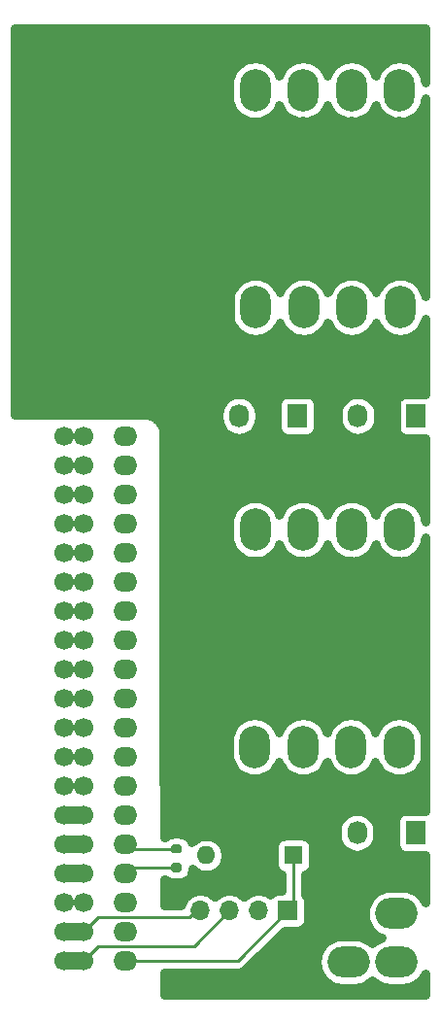
<source format=gtl>
%TF.GenerationSoftware,KiCad,Pcbnew,(5.1.10)-1*%
%TF.CreationDate,2021-09-25T23:36:15+08:00*%
%TF.ProjectId,KCORES CSPS to ATX Converter,4b434f52-4553-4204-9353-505320746f20,1.0*%
%TF.SameCoordinates,Original*%
%TF.FileFunction,Copper,L1,Top*%
%TF.FilePolarity,Positive*%
%FSLAX46Y46*%
G04 Gerber Fmt 4.6, Leading zero omitted, Abs format (unit mm)*
G04 Created by KiCad (PCBNEW (5.1.10)-1) date 2021-09-25 23:36:15*
%MOMM*%
%LPD*%
G01*
G04 APERTURE LIST*
%TA.AperFunction,ComponentPad*%
%ADD10O,3.700000X2.700000*%
%TD*%
%TA.AperFunction,ComponentPad*%
%ADD11O,1.730000X2.030000*%
%TD*%
%TA.AperFunction,ComponentPad*%
%ADD12R,1.730000X2.030000*%
%TD*%
%TA.AperFunction,ComponentPad*%
%ADD13O,1.600000X1.600000*%
%TD*%
%TA.AperFunction,ComponentPad*%
%ADD14R,1.600000X1.600000*%
%TD*%
%TA.AperFunction,ComponentPad*%
%ADD15O,1.700000X1.700000*%
%TD*%
%TA.AperFunction,ComponentPad*%
%ADD16R,1.700000X1.700000*%
%TD*%
%TA.AperFunction,ComponentPad*%
%ADD17O,2.080000X1.700000*%
%TD*%
%TA.AperFunction,ComponentPad*%
%ADD18C,1.700000*%
%TD*%
%TA.AperFunction,ComponentPad*%
%ADD19O,2.700000X3.700000*%
%TD*%
%TA.AperFunction,Conductor*%
%ADD20C,0.254000*%
%TD*%
%TA.AperFunction,Conductor*%
%ADD21C,1.500000*%
%TD*%
%TA.AperFunction,Conductor*%
%ADD22C,0.762000*%
%TD*%
%TA.AperFunction,Conductor*%
%ADD23C,0.100000*%
%TD*%
G04 APERTURE END LIST*
D10*
%TO.P,J8,4*%
%TO.N,N/C*%
X123695000Y-158930000D03*
%TO.P,J8,3*%
X123695000Y-154730000D03*
%TO.P,J8,2*%
%TO.N,GND*%
X119495000Y-158930000D03*
%TO.P,J8,1*%
%TO.N,+12V*%
%TA.AperFunction,ComponentPad*%
G36*
G01*
X117896100Y-153380000D02*
X121093900Y-153380000D01*
G75*
G02*
X121345000Y-153631100I0J-251100D01*
G01*
X121345000Y-155828900D01*
G75*
G02*
X121093900Y-156080000I-251100J0D01*
G01*
X117896100Y-156080000D01*
G75*
G02*
X117645000Y-155828900I0J251100D01*
G01*
X117645000Y-153631100D01*
G75*
G02*
X117896100Y-153380000I251100J0D01*
G01*
G37*
%TD.AperFunction*%
%TD*%
D11*
%TO.P,M3,3*%
%TO.N,GND*%
X120257000Y-147681500D03*
%TO.P,M3,2*%
%TO.N,+12V*%
X122797000Y-147681500D03*
D12*
%TO.P,M3,1*%
%TO.N,Net-(M3-Pad1)*%
X125337000Y-147681500D03*
%TD*%
D11*
%TO.P,M2,3*%
%TO.N,GND*%
X120320500Y-111359500D03*
%TO.P,M2,2*%
%TO.N,+12V*%
X122860500Y-111359500D03*
D12*
%TO.P,M2,1*%
%TO.N,Net-(M2-Pad1)*%
X125400500Y-111359500D03*
%TD*%
D11*
%TO.P,M1,3*%
%TO.N,GND*%
X109970000Y-111359500D03*
%TO.P,M1,2*%
%TO.N,+12V*%
X112510000Y-111359500D03*
D12*
%TO.P,M1,1*%
%TO.N,Net-(M1-Pad1)*%
X115050000Y-111359500D03*
%TD*%
D13*
%TO.P,SW1,2*%
%TO.N,GND*%
X107112500Y-149650000D03*
D14*
%TO.P,SW1,1*%
%TO.N,/~CSPS_PSON*%
X114732500Y-149650000D03*
%TD*%
%TO.P,R1,2*%
%TO.N,/+12VSB*%
%TA.AperFunction,SMDPad,CuDef*%
G36*
G01*
X104784000Y-149479000D02*
X104234000Y-149479000D01*
G75*
G02*
X104034000Y-149279000I0J200000D01*
G01*
X104034000Y-148879000D01*
G75*
G02*
X104234000Y-148679000I200000J0D01*
G01*
X104784000Y-148679000D01*
G75*
G02*
X104984000Y-148879000I0J-200000D01*
G01*
X104984000Y-149279000D01*
G75*
G02*
X104784000Y-149479000I-200000J0D01*
G01*
G37*
%TD.AperFunction*%
%TO.P,R1,1*%
%TO.N,/~PRESENT*%
%TA.AperFunction,SMDPad,CuDef*%
G36*
G01*
X104784000Y-151129000D02*
X104234000Y-151129000D01*
G75*
G02*
X104034000Y-150929000I0J200000D01*
G01*
X104034000Y-150529000D01*
G75*
G02*
X104234000Y-150329000I200000J0D01*
G01*
X104784000Y-150329000D01*
G75*
G02*
X104984000Y-150529000I0J-200000D01*
G01*
X104984000Y-150929000D01*
G75*
G02*
X104784000Y-151129000I-200000J0D01*
G01*
G37*
%TD.AperFunction*%
%TD*%
D15*
%TO.P,J2,4*%
%TO.N,/SDA*%
X106604500Y-154476000D03*
%TO.P,J2,3*%
%TO.N,/SCL*%
X109144500Y-154476000D03*
%TO.P,J2,2*%
%TO.N,GND*%
X111684500Y-154476000D03*
D16*
%TO.P,J2,1*%
%TO.N,/~CSPS_PSON*%
X114224500Y-154476000D03*
%TD*%
D17*
%TO.P,J1,64*%
%TO.N,+12V*%
X100033000Y-80117500D03*
%TO.P,J1,63*%
X100033000Y-82657500D03*
%TO.P,J1,62*%
X100033000Y-85197500D03*
%TO.P,J1,61*%
X100033000Y-87737500D03*
%TO.P,J1,60*%
X100033000Y-90277500D03*
%TO.P,J1,59*%
X100033000Y-92817500D03*
%TO.P,J1,58*%
X100033000Y-95357500D03*
%TO.P,J1,57*%
X100033000Y-97897500D03*
%TO.P,J1,56*%
X100033000Y-100437500D03*
%TO.P,J1,55*%
X100033000Y-102977500D03*
%TO.P,J1,54*%
X100033000Y-105517500D03*
%TO.P,J1,53*%
X100033000Y-108057500D03*
%TO.P,J1,52*%
X100033000Y-110597500D03*
%TO.P,J1,51*%
%TO.N,GND*%
X100033000Y-113137500D03*
%TO.P,J1,50*%
X100033000Y-115677500D03*
%TO.P,J1,49*%
X100033000Y-118217500D03*
%TO.P,J1,48*%
X100033000Y-120757500D03*
%TO.P,J1,47*%
X100033000Y-123297500D03*
%TO.P,J1,46*%
X100033000Y-125837500D03*
%TO.P,J1,45*%
X100033000Y-128377500D03*
%TO.P,J1,44*%
X100033000Y-130917500D03*
%TO.P,J1,43*%
X100033000Y-133457500D03*
%TO.P,J1,42*%
X100033000Y-135997500D03*
%TO.P,J1,41*%
X100033000Y-138537500D03*
%TO.P,J1,40*%
X100033000Y-141077500D03*
%TO.P,J1,39*%
X100033000Y-143617500D03*
%TO.P,J1,38*%
%TO.N,Net-(J1-Pad38)*%
X100033000Y-146157500D03*
%TO.P,J1,37*%
%TO.N,/+12VSB*%
X100033000Y-148697500D03*
%TO.P,J1,36*%
%TO.N,/~PRESENT*%
X100033000Y-151237500D03*
%TO.P,J1,35*%
%TO.N,Net-(J1-Pad35)*%
X100033000Y-153777500D03*
%TO.P,J1,34*%
%TO.N,Net-(J1-Pad34)*%
X100033000Y-156317500D03*
%TO.P,J1,33*%
%TO.N,/~CSPS_PSON*%
X100033000Y-158857500D03*
D18*
%TO.P,J1,32*%
%TO.N,/SCL*%
X94763000Y-158857500D03*
%TO.P,J1,31*%
%TO.N,/SDA*%
X94763000Y-156317500D03*
%TO.P,J1,30*%
%TO.N,GND*%
X94763000Y-153777500D03*
%TO.P,J1,29*%
%TO.N,Net-(J1-Pad29)*%
X94763000Y-151237500D03*
%TO.P,J1,28*%
%TO.N,Net-(J1-Pad28)*%
X94763000Y-148697500D03*
%TO.P,J1,27*%
%TO.N,Net-(J1-Pad27)*%
X94763000Y-146157500D03*
%TO.P,J1,26*%
%TO.N,GND*%
X94763000Y-143617500D03*
%TO.P,J1,25*%
X94763000Y-141077500D03*
%TO.P,J1,24*%
X94763000Y-138537500D03*
%TO.P,J1,23*%
X94763000Y-135997500D03*
%TO.P,J1,22*%
X94763000Y-133457500D03*
%TO.P,J1,21*%
X94763000Y-130917500D03*
%TO.P,J1,20*%
X94763000Y-128377500D03*
%TO.P,J1,19*%
X94763000Y-125837500D03*
%TO.P,J1,18*%
X94763000Y-123297500D03*
%TO.P,J1,17*%
X94763000Y-120757500D03*
%TO.P,J1,16*%
X94763000Y-118217500D03*
%TO.P,J1,15*%
X94763000Y-115677500D03*
%TO.P,J1,14*%
X94763000Y-113137500D03*
%TO.P,J1,13*%
%TO.N,+12V*%
X94763000Y-110597500D03*
%TO.P,J1,12*%
X94763000Y-108057500D03*
%TO.P,J1,11*%
X94763000Y-105517500D03*
%TO.P,J1,10*%
X94763000Y-102977500D03*
%TO.P,J1,9*%
X94763000Y-100437500D03*
%TO.P,J1,8*%
X94763000Y-97897500D03*
%TO.P,J1,7*%
X94763000Y-95357500D03*
%TO.P,J1,6*%
X94763000Y-92817500D03*
%TO.P,J1,5*%
X94763000Y-90277500D03*
%TO.P,J1,4*%
X94763000Y-87737500D03*
%TO.P,J1,3*%
X94763000Y-85197500D03*
%TO.P,J1,2*%
X94763000Y-82657500D03*
%TO.P,J1,32*%
%TO.N,/SCL*%
X96413000Y-158857500D03*
%TO.P,J1,31*%
%TO.N,/SDA*%
X96413000Y-156317500D03*
%TO.P,J1,30*%
%TO.N,GND*%
X96413000Y-153777500D03*
%TO.P,J1,29*%
%TO.N,Net-(J1-Pad29)*%
X96413000Y-151237500D03*
%TO.P,J1,28*%
%TO.N,Net-(J1-Pad28)*%
X96413000Y-148697500D03*
%TO.P,J1,27*%
%TO.N,Net-(J1-Pad27)*%
X96413000Y-146157500D03*
%TO.P,J1,26*%
%TO.N,GND*%
X96413000Y-143617500D03*
%TO.P,J1,25*%
X96413000Y-141077500D03*
%TO.P,J1,24*%
X96413000Y-138537500D03*
%TO.P,J1,23*%
X96413000Y-135997500D03*
%TO.P,J1,22*%
X96413000Y-133457500D03*
%TO.P,J1,21*%
X96413000Y-130917500D03*
%TO.P,J1,20*%
X96413000Y-128377500D03*
%TO.P,J1,19*%
X96413000Y-125837500D03*
%TO.P,J1,18*%
X96413000Y-123297500D03*
%TO.P,J1,17*%
X96413000Y-120757500D03*
%TO.P,J1,16*%
X96413000Y-118217500D03*
%TO.P,J1,15*%
X96413000Y-115677500D03*
%TO.P,J1,14*%
X96413000Y-113137500D03*
%TO.P,J1,13*%
%TO.N,+12V*%
X96413000Y-110597500D03*
%TO.P,J1,12*%
X96413000Y-108057500D03*
%TO.P,J1,11*%
X96413000Y-105517500D03*
%TO.P,J1,10*%
X96413000Y-102977500D03*
%TO.P,J1,9*%
X96413000Y-100437500D03*
%TO.P,J1,8*%
X96413000Y-97897500D03*
%TO.P,J1,7*%
X96413000Y-95357500D03*
%TO.P,J1,6*%
X96413000Y-92817500D03*
%TO.P,J1,5*%
X96413000Y-90277500D03*
%TO.P,J1,4*%
X96413000Y-87737500D03*
%TO.P,J1,3*%
X96413000Y-85197500D03*
%TO.P,J1,2*%
X96413000Y-82657500D03*
%TO.P,J1,1*%
X94763000Y-80117500D03*
X96413000Y-80117500D03*
%TD*%
D19*
%TO.P,J6,8*%
%TO.N,GND*%
X123967000Y-121256500D03*
%TO.P,J6,7*%
X119767000Y-121256500D03*
%TO.P,J6,6*%
X115567000Y-121256500D03*
%TO.P,J6,5*%
X111367000Y-121256500D03*
%TO.P,J6,4*%
%TO.N,+12V*%
X123967000Y-125456500D03*
%TO.P,J6,3*%
X119767000Y-125456500D03*
%TO.P,J6,1*%
%TA.AperFunction,ComponentPad*%
G36*
G01*
X110017000Y-127055400D02*
X110017000Y-123857600D01*
G75*
G02*
X110268100Y-123606500I251100J0D01*
G01*
X112465900Y-123606500D01*
G75*
G02*
X112717000Y-123857600I0J-251100D01*
G01*
X112717000Y-127055400D01*
G75*
G02*
X112465900Y-127306500I-251100J0D01*
G01*
X110268100Y-127306500D01*
G75*
G02*
X110017000Y-127055400I0J251100D01*
G01*
G37*
%TD.AperFunction*%
%TO.P,J6,2*%
X115567000Y-125456500D03*
%TD*%
%TO.P,J5,8*%
%TO.N,GND*%
X123967000Y-82966000D03*
%TO.P,J5,7*%
X119767000Y-82966000D03*
%TO.P,J5,6*%
X115567000Y-82966000D03*
%TO.P,J5,5*%
X111367000Y-82966000D03*
%TO.P,J5,4*%
%TO.N,+12V*%
X123967000Y-87166000D03*
%TO.P,J5,3*%
X119767000Y-87166000D03*
%TO.P,J5,1*%
%TA.AperFunction,ComponentPad*%
G36*
G01*
X110017000Y-88764900D02*
X110017000Y-85567100D01*
G75*
G02*
X110268100Y-85316000I251100J0D01*
G01*
X112465900Y-85316000D01*
G75*
G02*
X112717000Y-85567100I0J-251100D01*
G01*
X112717000Y-88764900D01*
G75*
G02*
X112465900Y-89016000I-251100J0D01*
G01*
X110268100Y-89016000D01*
G75*
G02*
X110017000Y-88764900I0J251100D01*
G01*
G37*
%TD.AperFunction*%
%TO.P,J5,2*%
X115567000Y-87166000D03*
%TD*%
%TO.P,J4,8*%
%TO.N,GND*%
X111340000Y-140197500D03*
%TO.P,J4,7*%
X115540000Y-140197500D03*
%TO.P,J4,6*%
X119740000Y-140197500D03*
%TO.P,J4,5*%
X123940000Y-140197500D03*
%TO.P,J4,4*%
%TO.N,+12V*%
X111340000Y-135997500D03*
%TO.P,J4,3*%
X115540000Y-135997500D03*
%TO.P,J4,1*%
%TA.AperFunction,ComponentPad*%
G36*
G01*
X125290000Y-134398600D02*
X125290000Y-137596400D01*
G75*
G02*
X125038900Y-137847500I-251100J0D01*
G01*
X122841100Y-137847500D01*
G75*
G02*
X122590000Y-137596400I0J251100D01*
G01*
X122590000Y-134398600D01*
G75*
G02*
X122841100Y-134147500I251100J0D01*
G01*
X125038900Y-134147500D01*
G75*
G02*
X125290000Y-134398600I0J-251100D01*
G01*
G37*
%TD.AperFunction*%
%TO.P,J4,2*%
X119740000Y-135997500D03*
%TD*%
%TO.P,J3,8*%
%TO.N,GND*%
X111403500Y-101898000D03*
%TO.P,J3,7*%
X115603500Y-101898000D03*
%TO.P,J3,6*%
X119803500Y-101898000D03*
%TO.P,J3,5*%
X124003500Y-101898000D03*
%TO.P,J3,4*%
%TO.N,+12V*%
X111403500Y-97698000D03*
%TO.P,J3,3*%
X115603500Y-97698000D03*
%TO.P,J3,1*%
%TA.AperFunction,ComponentPad*%
G36*
G01*
X125353500Y-96099100D02*
X125353500Y-99296900D01*
G75*
G02*
X125102400Y-99548000I-251100J0D01*
G01*
X122904600Y-99548000D01*
G75*
G02*
X122653500Y-99296900I0J251100D01*
G01*
X122653500Y-96099100D01*
G75*
G02*
X122904600Y-95848000I251100J0D01*
G01*
X125102400Y-95848000D01*
G75*
G02*
X125353500Y-96099100I0J-251100D01*
G01*
G37*
%TD.AperFunction*%
%TO.P,J3,2*%
X119803500Y-97698000D03*
%TD*%
D20*
%TO.N,/SCL*%
X106033000Y-157587500D02*
X109144500Y-154476000D01*
X97683000Y-157587500D02*
X106033000Y-157587500D01*
X96413000Y-158857500D02*
X97683000Y-157587500D01*
D21*
X94763000Y-158857500D02*
X96413000Y-158857500D01*
D20*
%TO.N,/SDA*%
X97683000Y-155047500D02*
X105652000Y-155047500D01*
X106223500Y-154476000D02*
X106604500Y-154476000D01*
X105652000Y-155047500D02*
X106223500Y-154476000D01*
X96413000Y-156317500D02*
X97683000Y-155047500D01*
D21*
X94763000Y-156317500D02*
X96413000Y-156317500D01*
%TO.N,Net-(J1-Pad29)*%
X94763000Y-151237500D02*
X96413000Y-151237500D01*
%TO.N,Net-(J1-Pad28)*%
X94763000Y-148697500D02*
X96413000Y-148697500D01*
%TO.N,Net-(J1-Pad27)*%
X94763000Y-146157500D02*
X96413000Y-146157500D01*
D20*
%TO.N,/+12VSB*%
X100414500Y-149079000D02*
X100033000Y-148697500D01*
X104509000Y-149079000D02*
X100414500Y-149079000D01*
%TO.N,/~PRESENT*%
X100541500Y-150729000D02*
X100033000Y-151237500D01*
X104509000Y-150729000D02*
X100541500Y-150729000D01*
%TO.N,/~CSPS_PSON*%
X109843000Y-158857500D02*
X114224500Y-154476000D01*
X100033000Y-158857500D02*
X109843000Y-158857500D01*
X114732500Y-153968000D02*
X114224500Y-154476000D01*
X114732500Y-149650000D02*
X114732500Y-153968000D01*
%TD*%
D22*
%TO.N,+12V*%
X126201001Y-82305255D02*
X126173603Y-82027079D01*
X126045575Y-81605026D01*
X125837668Y-81216060D01*
X125557872Y-80875128D01*
X125216940Y-80595332D01*
X124827973Y-80387425D01*
X124405920Y-80259397D01*
X123967000Y-80216167D01*
X123528079Y-80259397D01*
X123106026Y-80387425D01*
X122717060Y-80595332D01*
X122376128Y-80875128D01*
X122096332Y-81216060D01*
X121888425Y-81605027D01*
X121867000Y-81675655D01*
X121845575Y-81605026D01*
X121637668Y-81216060D01*
X121357872Y-80875128D01*
X121016940Y-80595332D01*
X120627973Y-80387425D01*
X120205920Y-80259397D01*
X119767000Y-80216167D01*
X119328079Y-80259397D01*
X118906026Y-80387425D01*
X118517060Y-80595332D01*
X118176128Y-80875128D01*
X117896332Y-81216060D01*
X117688425Y-81605027D01*
X117667000Y-81675655D01*
X117645575Y-81605026D01*
X117437668Y-81216060D01*
X117157872Y-80875128D01*
X116816940Y-80595332D01*
X116427973Y-80387425D01*
X116005920Y-80259397D01*
X115567000Y-80216167D01*
X115128079Y-80259397D01*
X114706026Y-80387425D01*
X114317060Y-80595332D01*
X113976128Y-80875128D01*
X113696332Y-81216060D01*
X113488425Y-81605027D01*
X113467000Y-81675655D01*
X113445575Y-81605026D01*
X113237668Y-81216060D01*
X112957872Y-80875128D01*
X112616940Y-80595332D01*
X112227973Y-80387425D01*
X111805920Y-80259397D01*
X111367000Y-80216167D01*
X110928079Y-80259397D01*
X110506026Y-80387425D01*
X110117060Y-80595332D01*
X109776128Y-80875128D01*
X109496332Y-81216060D01*
X109288425Y-81605027D01*
X109160397Y-82027080D01*
X109128000Y-82356012D01*
X109128000Y-83575989D01*
X109160397Y-83904921D01*
X109288425Y-84326974D01*
X109496333Y-84715940D01*
X109776129Y-85056872D01*
X110117061Y-85336668D01*
X110506027Y-85544575D01*
X110928080Y-85672603D01*
X111367000Y-85715833D01*
X111805921Y-85672603D01*
X112227974Y-85544575D01*
X112616940Y-85336668D01*
X112957872Y-85056872D01*
X113237668Y-84715940D01*
X113445575Y-84326973D01*
X113467000Y-84256345D01*
X113488425Y-84326974D01*
X113696333Y-84715940D01*
X113976129Y-85056872D01*
X114317061Y-85336668D01*
X114706027Y-85544575D01*
X115128080Y-85672603D01*
X115567000Y-85715833D01*
X116005921Y-85672603D01*
X116427974Y-85544575D01*
X116816940Y-85336668D01*
X117157872Y-85056872D01*
X117437668Y-84715940D01*
X117645575Y-84326973D01*
X117667000Y-84256345D01*
X117688425Y-84326974D01*
X117896333Y-84715940D01*
X118176129Y-85056872D01*
X118517061Y-85336668D01*
X118906027Y-85544575D01*
X119328080Y-85672603D01*
X119767000Y-85715833D01*
X120205921Y-85672603D01*
X120627974Y-85544575D01*
X121016940Y-85336668D01*
X121357872Y-85056872D01*
X121637668Y-84715940D01*
X121845575Y-84326973D01*
X121867000Y-84256345D01*
X121888425Y-84326974D01*
X122096333Y-84715940D01*
X122376129Y-85056872D01*
X122717061Y-85336668D01*
X123106027Y-85544575D01*
X123528080Y-85672603D01*
X123967000Y-85715833D01*
X124405921Y-85672603D01*
X124827974Y-85544575D01*
X125216940Y-85336668D01*
X125557872Y-85056872D01*
X125837668Y-84715940D01*
X126045575Y-84326973D01*
X126173603Y-83904920D01*
X126201001Y-83626744D01*
X126201001Y-100929074D01*
X126082075Y-100537027D01*
X125874168Y-100148060D01*
X125594372Y-99807128D01*
X125253440Y-99527332D01*
X124864474Y-99319425D01*
X124442421Y-99191397D01*
X124003500Y-99148167D01*
X123564580Y-99191397D01*
X123142527Y-99319425D01*
X122753561Y-99527332D01*
X122412629Y-99807128D01*
X122132833Y-100148060D01*
X121924925Y-100537026D01*
X121903500Y-100607655D01*
X121882075Y-100537027D01*
X121674168Y-100148060D01*
X121394372Y-99807128D01*
X121053440Y-99527332D01*
X120664474Y-99319425D01*
X120242421Y-99191397D01*
X119803500Y-99148167D01*
X119364580Y-99191397D01*
X118942527Y-99319425D01*
X118553561Y-99527332D01*
X118212629Y-99807128D01*
X117932833Y-100148060D01*
X117724925Y-100537026D01*
X117703500Y-100607655D01*
X117682075Y-100537027D01*
X117474168Y-100148060D01*
X117194372Y-99807128D01*
X116853440Y-99527332D01*
X116464474Y-99319425D01*
X116042421Y-99191397D01*
X115603500Y-99148167D01*
X115164580Y-99191397D01*
X114742527Y-99319425D01*
X114353561Y-99527332D01*
X114012629Y-99807128D01*
X113732833Y-100148060D01*
X113524925Y-100537026D01*
X113503500Y-100607655D01*
X113482075Y-100537027D01*
X113274168Y-100148060D01*
X112994372Y-99807128D01*
X112653440Y-99527332D01*
X112264474Y-99319425D01*
X111842421Y-99191397D01*
X111403500Y-99148167D01*
X110964580Y-99191397D01*
X110542527Y-99319425D01*
X110153561Y-99527332D01*
X109812629Y-99807128D01*
X109532833Y-100148060D01*
X109324925Y-100537026D01*
X109196897Y-100959079D01*
X109164500Y-101288011D01*
X109164500Y-102507988D01*
X109196897Y-102836920D01*
X109324925Y-103258973D01*
X109532832Y-103647940D01*
X109812628Y-103988872D01*
X110153560Y-104268668D01*
X110542526Y-104476575D01*
X110964579Y-104604603D01*
X111403500Y-104647833D01*
X111842420Y-104604603D01*
X112264473Y-104476575D01*
X112653440Y-104268668D01*
X112994372Y-103988872D01*
X113274168Y-103647940D01*
X113482075Y-103258974D01*
X113503500Y-103188345D01*
X113524925Y-103258973D01*
X113732832Y-103647940D01*
X114012628Y-103988872D01*
X114353560Y-104268668D01*
X114742526Y-104476575D01*
X115164579Y-104604603D01*
X115603500Y-104647833D01*
X116042420Y-104604603D01*
X116464473Y-104476575D01*
X116853440Y-104268668D01*
X117194372Y-103988872D01*
X117474168Y-103647940D01*
X117682075Y-103258974D01*
X117703500Y-103188345D01*
X117724925Y-103258973D01*
X117932832Y-103647940D01*
X118212628Y-103988872D01*
X118553560Y-104268668D01*
X118942526Y-104476575D01*
X119364579Y-104604603D01*
X119803500Y-104647833D01*
X120242420Y-104604603D01*
X120664473Y-104476575D01*
X121053440Y-104268668D01*
X121394372Y-103988872D01*
X121674168Y-103647940D01*
X121882075Y-103258974D01*
X121903500Y-103188345D01*
X121924925Y-103258973D01*
X122132832Y-103647940D01*
X122412628Y-103988872D01*
X122753560Y-104268668D01*
X123142526Y-104476575D01*
X123564579Y-104604603D01*
X124003500Y-104647833D01*
X124442420Y-104604603D01*
X124864473Y-104476575D01*
X125253440Y-104268668D01*
X125594372Y-103988872D01*
X125874168Y-103647940D01*
X126082075Y-103258974D01*
X126201001Y-102866927D01*
X126201001Y-109451199D01*
X124535500Y-109451199D01*
X124361226Y-109468364D01*
X124193649Y-109519197D01*
X124039209Y-109601747D01*
X123903841Y-109712841D01*
X123792747Y-109848209D01*
X123710197Y-110002649D01*
X123659364Y-110170226D01*
X123642199Y-110344500D01*
X123642199Y-112374500D01*
X123659364Y-112548774D01*
X123710197Y-112716351D01*
X123792747Y-112870791D01*
X123903841Y-113006159D01*
X124039209Y-113117253D01*
X124193649Y-113199803D01*
X124361226Y-113250636D01*
X124535500Y-113267801D01*
X126201001Y-113267801D01*
X126201000Y-120595750D01*
X126173603Y-120317579D01*
X126045575Y-119895526D01*
X125837668Y-119506560D01*
X125557872Y-119165628D01*
X125216940Y-118885832D01*
X124827973Y-118677925D01*
X124405920Y-118549897D01*
X123967000Y-118506667D01*
X123528079Y-118549897D01*
X123106026Y-118677925D01*
X122717060Y-118885832D01*
X122376128Y-119165628D01*
X122096332Y-119506560D01*
X121888425Y-119895527D01*
X121867000Y-119966155D01*
X121845575Y-119895526D01*
X121637668Y-119506560D01*
X121357872Y-119165628D01*
X121016940Y-118885832D01*
X120627973Y-118677925D01*
X120205920Y-118549897D01*
X119767000Y-118506667D01*
X119328079Y-118549897D01*
X118906026Y-118677925D01*
X118517060Y-118885832D01*
X118176128Y-119165628D01*
X117896332Y-119506560D01*
X117688425Y-119895527D01*
X117667000Y-119966155D01*
X117645575Y-119895526D01*
X117437668Y-119506560D01*
X117157872Y-119165628D01*
X116816940Y-118885832D01*
X116427973Y-118677925D01*
X116005920Y-118549897D01*
X115567000Y-118506667D01*
X115128079Y-118549897D01*
X114706026Y-118677925D01*
X114317060Y-118885832D01*
X113976128Y-119165628D01*
X113696332Y-119506560D01*
X113488425Y-119895527D01*
X113467000Y-119966155D01*
X113445575Y-119895526D01*
X113237668Y-119506560D01*
X112957872Y-119165628D01*
X112616940Y-118885832D01*
X112227973Y-118677925D01*
X111805920Y-118549897D01*
X111367000Y-118506667D01*
X110928079Y-118549897D01*
X110506026Y-118677925D01*
X110117060Y-118885832D01*
X109776128Y-119165628D01*
X109496332Y-119506560D01*
X109288425Y-119895527D01*
X109160397Y-120317580D01*
X109128000Y-120646512D01*
X109128000Y-121866489D01*
X109160397Y-122195421D01*
X109288425Y-122617474D01*
X109496333Y-123006440D01*
X109776129Y-123347372D01*
X110117061Y-123627168D01*
X110506027Y-123835075D01*
X110928080Y-123963103D01*
X111367000Y-124006333D01*
X111805921Y-123963103D01*
X112227974Y-123835075D01*
X112616940Y-123627168D01*
X112957872Y-123347372D01*
X113237668Y-123006440D01*
X113445575Y-122617473D01*
X113467000Y-122546845D01*
X113488425Y-122617474D01*
X113696333Y-123006440D01*
X113976129Y-123347372D01*
X114317061Y-123627168D01*
X114706027Y-123835075D01*
X115128080Y-123963103D01*
X115567000Y-124006333D01*
X116005921Y-123963103D01*
X116427974Y-123835075D01*
X116816940Y-123627168D01*
X117157872Y-123347372D01*
X117437668Y-123006440D01*
X117645575Y-122617473D01*
X117667000Y-122546845D01*
X117688425Y-122617474D01*
X117896333Y-123006440D01*
X118176129Y-123347372D01*
X118517061Y-123627168D01*
X118906027Y-123835075D01*
X119328080Y-123963103D01*
X119767000Y-124006333D01*
X120205921Y-123963103D01*
X120627974Y-123835075D01*
X121016940Y-123627168D01*
X121357872Y-123347372D01*
X121637668Y-123006440D01*
X121845575Y-122617473D01*
X121867000Y-122546845D01*
X121888425Y-122617474D01*
X122096333Y-123006440D01*
X122376129Y-123347372D01*
X122717061Y-123627168D01*
X123106027Y-123835075D01*
X123528080Y-123963103D01*
X123967000Y-124006333D01*
X124405921Y-123963103D01*
X124827974Y-123835075D01*
X125216940Y-123627168D01*
X125557872Y-123347372D01*
X125837668Y-123006440D01*
X126045575Y-122617473D01*
X126173603Y-122195420D01*
X126201000Y-121917249D01*
X126201000Y-145773199D01*
X124472000Y-145773199D01*
X124297726Y-145790364D01*
X124130149Y-145841197D01*
X123975709Y-145923747D01*
X123840341Y-146034841D01*
X123729247Y-146170209D01*
X123646697Y-146324649D01*
X123595864Y-146492226D01*
X123578699Y-146666500D01*
X123578699Y-148696500D01*
X123595864Y-148870774D01*
X123646697Y-149038351D01*
X123729247Y-149192791D01*
X123840341Y-149328159D01*
X123975709Y-149439253D01*
X124130149Y-149521803D01*
X124297726Y-149572636D01*
X124472000Y-149589801D01*
X126201000Y-149589801D01*
X126201000Y-153733248D01*
X126065668Y-153480060D01*
X125785872Y-153139128D01*
X125444940Y-152859332D01*
X125055974Y-152651425D01*
X124633921Y-152523397D01*
X124304989Y-152491000D01*
X123085011Y-152491000D01*
X122756079Y-152523397D01*
X122334026Y-152651425D01*
X121945060Y-152859332D01*
X121604128Y-153139128D01*
X121324332Y-153480060D01*
X121116425Y-153869026D01*
X120988397Y-154291079D01*
X120945167Y-154730000D01*
X120988397Y-155168921D01*
X121116425Y-155590974D01*
X121324332Y-155979940D01*
X121604128Y-156320872D01*
X121945060Y-156600668D01*
X122334026Y-156808575D01*
X122404655Y-156830000D01*
X122334026Y-156851425D01*
X121945060Y-157059332D01*
X121604128Y-157339128D01*
X121595000Y-157350250D01*
X121585872Y-157339128D01*
X121244940Y-157059332D01*
X120855974Y-156851425D01*
X120433921Y-156723397D01*
X120104989Y-156691000D01*
X118885011Y-156691000D01*
X118556079Y-156723397D01*
X118134026Y-156851425D01*
X117745060Y-157059332D01*
X117404128Y-157339128D01*
X117124332Y-157680060D01*
X116916425Y-158069026D01*
X116788397Y-158491079D01*
X116745167Y-158930000D01*
X116788397Y-159368921D01*
X116916425Y-159790974D01*
X117124332Y-160179940D01*
X117404128Y-160520872D01*
X117745060Y-160800668D01*
X118134026Y-161008575D01*
X118556079Y-161136603D01*
X118885011Y-161169000D01*
X120104989Y-161169000D01*
X120433921Y-161136603D01*
X120855974Y-161008575D01*
X121244940Y-160800668D01*
X121585872Y-160520872D01*
X121595000Y-160509750D01*
X121604128Y-160520872D01*
X121945060Y-160800668D01*
X122334026Y-161008575D01*
X122756079Y-161136603D01*
X123085011Y-161169000D01*
X124304989Y-161169000D01*
X124633921Y-161136603D01*
X125055974Y-161008575D01*
X125444940Y-160800668D01*
X125785872Y-160520872D01*
X126065668Y-160179940D01*
X126201000Y-159926752D01*
X126201000Y-161836000D01*
X103425905Y-161836000D01*
X103423565Y-159873500D01*
X109793098Y-159873500D01*
X109843000Y-159878415D01*
X109892902Y-159873500D01*
X110042171Y-159858798D01*
X110233687Y-159800702D01*
X110410190Y-159706360D01*
X110564896Y-159579396D01*
X110596712Y-159540628D01*
X113918040Y-156219301D01*
X115074500Y-156219301D01*
X115248774Y-156202136D01*
X115416351Y-156151303D01*
X115570791Y-156068753D01*
X115706159Y-155957659D01*
X115817253Y-155822291D01*
X115899803Y-155667851D01*
X115950636Y-155500274D01*
X115967801Y-155326000D01*
X115967801Y-153626000D01*
X115950636Y-153451726D01*
X115899803Y-153284149D01*
X115817253Y-153129709D01*
X115748500Y-153045933D01*
X115748500Y-151313479D01*
X115874351Y-151275303D01*
X116028791Y-151192753D01*
X116164159Y-151081659D01*
X116275253Y-150946291D01*
X116357803Y-150791851D01*
X116408636Y-150624274D01*
X116425801Y-150450000D01*
X116425801Y-148850000D01*
X116408636Y-148675726D01*
X116357803Y-148508149D01*
X116275253Y-148353709D01*
X116164159Y-148218341D01*
X116028791Y-148107247D01*
X115874351Y-148024697D01*
X115706774Y-147973864D01*
X115532500Y-147956699D01*
X113932500Y-147956699D01*
X113758226Y-147973864D01*
X113590649Y-148024697D01*
X113436209Y-148107247D01*
X113300841Y-148218341D01*
X113189747Y-148353709D01*
X113107197Y-148508149D01*
X113056364Y-148675726D01*
X113039199Y-148850000D01*
X113039199Y-150450000D01*
X113056364Y-150624274D01*
X113107197Y-150791851D01*
X113189747Y-150946291D01*
X113300841Y-151081659D01*
X113436209Y-151192753D01*
X113590649Y-151275303D01*
X113716500Y-151313479D01*
X113716501Y-152732699D01*
X113374500Y-152732699D01*
X113200226Y-152749864D01*
X113032649Y-152800697D01*
X112878209Y-152883247D01*
X112742841Y-152994341D01*
X112691246Y-153057209D01*
X112508225Y-152934918D01*
X112191748Y-152803829D01*
X111855777Y-152737000D01*
X111513223Y-152737000D01*
X111177252Y-152803829D01*
X110860775Y-152934918D01*
X110575952Y-153125231D01*
X110414500Y-153286683D01*
X110253048Y-153125231D01*
X109968225Y-152934918D01*
X109651748Y-152803829D01*
X109315777Y-152737000D01*
X108973223Y-152737000D01*
X108637252Y-152803829D01*
X108320775Y-152934918D01*
X108035952Y-153125231D01*
X107874500Y-153286683D01*
X107713048Y-153125231D01*
X107428225Y-152934918D01*
X107111748Y-152803829D01*
X106775777Y-152737000D01*
X106433223Y-152737000D01*
X106097252Y-152803829D01*
X105780775Y-152934918D01*
X105495952Y-153125231D01*
X105253731Y-153367452D01*
X105063418Y-153652275D01*
X104932329Y-153968752D01*
X104919848Y-154031500D01*
X103416596Y-154031500D01*
X103413869Y-151745000D01*
X103513216Y-151745000D01*
X103626595Y-151838047D01*
X103815612Y-151939078D01*
X104020708Y-152001294D01*
X104234000Y-152022301D01*
X104784000Y-152022301D01*
X104997292Y-152001294D01*
X105202388Y-151939078D01*
X105391405Y-151838047D01*
X105557081Y-151702081D01*
X105693047Y-151536405D01*
X105794078Y-151347388D01*
X105856294Y-151142292D01*
X105877301Y-150929000D01*
X105877301Y-150803408D01*
X106035825Y-150961932D01*
X106312459Y-151146772D01*
X106619837Y-151274092D01*
X106946148Y-151339000D01*
X107278852Y-151339000D01*
X107605163Y-151274092D01*
X107912541Y-151146772D01*
X108189175Y-150961932D01*
X108424432Y-150726675D01*
X108609272Y-150450041D01*
X108736592Y-150142663D01*
X108801500Y-149816352D01*
X108801500Y-149483648D01*
X108736592Y-149157337D01*
X108609272Y-148849959D01*
X108424432Y-148573325D01*
X108189175Y-148338068D01*
X107912541Y-148153228D01*
X107605163Y-148025908D01*
X107278852Y-147961000D01*
X106946148Y-147961000D01*
X106619837Y-148025908D01*
X106312459Y-148153228D01*
X106035825Y-148338068D01*
X105821822Y-148552071D01*
X105794078Y-148460612D01*
X105693047Y-148271595D01*
X105557081Y-148105919D01*
X105391405Y-147969953D01*
X105202388Y-147868922D01*
X104997292Y-147806706D01*
X104784000Y-147785699D01*
X104234000Y-147785699D01*
X104020708Y-147806706D01*
X103815612Y-147868922D01*
X103626595Y-147969953D01*
X103513216Y-148063000D01*
X103409477Y-148063000D01*
X103408741Y-147445342D01*
X118503000Y-147445342D01*
X118503000Y-147917659D01*
X118528380Y-148175344D01*
X118628675Y-148505974D01*
X118791546Y-148810685D01*
X119010734Y-149077766D01*
X119277816Y-149296954D01*
X119582527Y-149459825D01*
X119913157Y-149560120D01*
X120257000Y-149593986D01*
X120600844Y-149560120D01*
X120931474Y-149459825D01*
X121236185Y-149296954D01*
X121503266Y-149077766D01*
X121722454Y-148810685D01*
X121885325Y-148505973D01*
X121985620Y-148175343D01*
X122011000Y-147917658D01*
X122011000Y-147445341D01*
X121985620Y-147187656D01*
X121885325Y-146857026D01*
X121722454Y-146552315D01*
X121503266Y-146285234D01*
X121236184Y-146066046D01*
X120931473Y-145903175D01*
X120600843Y-145802880D01*
X120257000Y-145769014D01*
X119913156Y-145802880D01*
X119582526Y-145903175D01*
X119277815Y-146066046D01*
X119010734Y-146285234D01*
X118791546Y-146552316D01*
X118628675Y-146857027D01*
X118528380Y-147187657D01*
X118503000Y-147445342D01*
X103408741Y-147445342D01*
X103399368Y-139587511D01*
X109101000Y-139587511D01*
X109101000Y-140807488D01*
X109133397Y-141136420D01*
X109261425Y-141558473D01*
X109469332Y-141947440D01*
X109749128Y-142288372D01*
X110090060Y-142568168D01*
X110479026Y-142776075D01*
X110901079Y-142904103D01*
X111340000Y-142947333D01*
X111778920Y-142904103D01*
X112200973Y-142776075D01*
X112589940Y-142568168D01*
X112930872Y-142288372D01*
X113210668Y-141947440D01*
X113418575Y-141558474D01*
X113440000Y-141487845D01*
X113461425Y-141558473D01*
X113669332Y-141947440D01*
X113949128Y-142288372D01*
X114290060Y-142568168D01*
X114679026Y-142776075D01*
X115101079Y-142904103D01*
X115540000Y-142947333D01*
X115978920Y-142904103D01*
X116400973Y-142776075D01*
X116789940Y-142568168D01*
X117130872Y-142288372D01*
X117410668Y-141947440D01*
X117618575Y-141558474D01*
X117640000Y-141487845D01*
X117661425Y-141558473D01*
X117869332Y-141947440D01*
X118149128Y-142288372D01*
X118490060Y-142568168D01*
X118879026Y-142776075D01*
X119301079Y-142904103D01*
X119740000Y-142947333D01*
X120178920Y-142904103D01*
X120600973Y-142776075D01*
X120989940Y-142568168D01*
X121330872Y-142288372D01*
X121610668Y-141947440D01*
X121818575Y-141558474D01*
X121840000Y-141487845D01*
X121861425Y-141558473D01*
X122069332Y-141947440D01*
X122349128Y-142288372D01*
X122690060Y-142568168D01*
X123079026Y-142776075D01*
X123501079Y-142904103D01*
X123940000Y-142947333D01*
X124378920Y-142904103D01*
X124800973Y-142776075D01*
X125189940Y-142568168D01*
X125530872Y-142288372D01*
X125810668Y-141947440D01*
X126018575Y-141558474D01*
X126146603Y-141136421D01*
X126179000Y-140807489D01*
X126179000Y-139587512D01*
X126146603Y-139258580D01*
X126018575Y-138836527D01*
X125810668Y-138447560D01*
X125530872Y-138106628D01*
X125189940Y-137826832D01*
X124800974Y-137618925D01*
X124378921Y-137490897D01*
X123940000Y-137447667D01*
X123501080Y-137490897D01*
X123079027Y-137618925D01*
X122690061Y-137826832D01*
X122349129Y-138106628D01*
X122069333Y-138447560D01*
X121861425Y-138836526D01*
X121840000Y-138907155D01*
X121818575Y-138836527D01*
X121610668Y-138447560D01*
X121330872Y-138106628D01*
X120989940Y-137826832D01*
X120600974Y-137618925D01*
X120178921Y-137490897D01*
X119740000Y-137447667D01*
X119301080Y-137490897D01*
X118879027Y-137618925D01*
X118490061Y-137826832D01*
X118149129Y-138106628D01*
X117869333Y-138447560D01*
X117661425Y-138836526D01*
X117640000Y-138907155D01*
X117618575Y-138836527D01*
X117410668Y-138447560D01*
X117130872Y-138106628D01*
X116789940Y-137826832D01*
X116400974Y-137618925D01*
X115978921Y-137490897D01*
X115540000Y-137447667D01*
X115101080Y-137490897D01*
X114679027Y-137618925D01*
X114290061Y-137826832D01*
X113949129Y-138106628D01*
X113669333Y-138447560D01*
X113461425Y-138836526D01*
X113440000Y-138907155D01*
X113418575Y-138836527D01*
X113210668Y-138447560D01*
X112930872Y-138106628D01*
X112589940Y-137826832D01*
X112200974Y-137618925D01*
X111778921Y-137490897D01*
X111340000Y-137447667D01*
X110901080Y-137490897D01*
X110479027Y-137618925D01*
X110090061Y-137826832D01*
X109749129Y-138106628D01*
X109469333Y-138447560D01*
X109261425Y-138836526D01*
X109133397Y-139258579D01*
X109101000Y-139587511D01*
X103399368Y-139587511D01*
X103367513Y-112881531D01*
X103366025Y-112848351D01*
X103346497Y-112628007D01*
X103334905Y-112562666D01*
X103277440Y-112349052D01*
X103254684Y-112286712D01*
X103161025Y-112086311D01*
X103127799Y-112028866D01*
X103000787Y-111847755D01*
X102958096Y-111796946D01*
X102801585Y-111640622D01*
X102750727Y-111597993D01*
X102569466Y-111471197D01*
X102511980Y-111438038D01*
X102311466Y-111344618D01*
X102249099Y-111321937D01*
X102035417Y-111264727D01*
X101970062Y-111253213D01*
X101749695Y-111233948D01*
X101716514Y-111232500D01*
X90437000Y-111232500D01*
X90437000Y-111123342D01*
X108216000Y-111123342D01*
X108216000Y-111595659D01*
X108241380Y-111853344D01*
X108341675Y-112183974D01*
X108504546Y-112488685D01*
X108723734Y-112755766D01*
X108990816Y-112974954D01*
X109295527Y-113137825D01*
X109626157Y-113238120D01*
X109970000Y-113271986D01*
X110313844Y-113238120D01*
X110644474Y-113137825D01*
X110949185Y-112974954D01*
X111216266Y-112755766D01*
X111435454Y-112488685D01*
X111598325Y-112183973D01*
X111698620Y-111853343D01*
X111724000Y-111595658D01*
X111724000Y-111123341D01*
X111698620Y-110865656D01*
X111598325Y-110535026D01*
X111496487Y-110344500D01*
X113291699Y-110344500D01*
X113291699Y-112374500D01*
X113308864Y-112548774D01*
X113359697Y-112716351D01*
X113442247Y-112870791D01*
X113553341Y-113006159D01*
X113688709Y-113117253D01*
X113843149Y-113199803D01*
X114010726Y-113250636D01*
X114185000Y-113267801D01*
X115915000Y-113267801D01*
X116089274Y-113250636D01*
X116256851Y-113199803D01*
X116411291Y-113117253D01*
X116546659Y-113006159D01*
X116657753Y-112870791D01*
X116740303Y-112716351D01*
X116791136Y-112548774D01*
X116808301Y-112374500D01*
X116808301Y-111123342D01*
X118566500Y-111123342D01*
X118566500Y-111595659D01*
X118591880Y-111853344D01*
X118692175Y-112183974D01*
X118855046Y-112488685D01*
X119074234Y-112755766D01*
X119341316Y-112974954D01*
X119646027Y-113137825D01*
X119976657Y-113238120D01*
X120320500Y-113271986D01*
X120664344Y-113238120D01*
X120994974Y-113137825D01*
X121299685Y-112974954D01*
X121566766Y-112755766D01*
X121785954Y-112488685D01*
X121948825Y-112183973D01*
X122049120Y-111853343D01*
X122074500Y-111595658D01*
X122074500Y-111123341D01*
X122049120Y-110865656D01*
X121948825Y-110535026D01*
X121785954Y-110230315D01*
X121566766Y-109963234D01*
X121299684Y-109744046D01*
X120994973Y-109581175D01*
X120664343Y-109480880D01*
X120320500Y-109447014D01*
X119976656Y-109480880D01*
X119646026Y-109581175D01*
X119341315Y-109744046D01*
X119074234Y-109963234D01*
X118855046Y-110230316D01*
X118692175Y-110535027D01*
X118591880Y-110865657D01*
X118566500Y-111123342D01*
X116808301Y-111123342D01*
X116808301Y-110344500D01*
X116791136Y-110170226D01*
X116740303Y-110002649D01*
X116657753Y-109848209D01*
X116546659Y-109712841D01*
X116411291Y-109601747D01*
X116256851Y-109519197D01*
X116089274Y-109468364D01*
X115915000Y-109451199D01*
X114185000Y-109451199D01*
X114010726Y-109468364D01*
X113843149Y-109519197D01*
X113688709Y-109601747D01*
X113553341Y-109712841D01*
X113442247Y-109848209D01*
X113359697Y-110002649D01*
X113308864Y-110170226D01*
X113291699Y-110344500D01*
X111496487Y-110344500D01*
X111435454Y-110230315D01*
X111216266Y-109963234D01*
X110949184Y-109744046D01*
X110644473Y-109581175D01*
X110313843Y-109480880D01*
X109970000Y-109447014D01*
X109626156Y-109480880D01*
X109295526Y-109581175D01*
X108990815Y-109744046D01*
X108723734Y-109963234D01*
X108504546Y-110230316D01*
X108341675Y-110535027D01*
X108241380Y-110865657D01*
X108216000Y-111123342D01*
X90437000Y-111123342D01*
X90437000Y-77564000D01*
X126201001Y-77564000D01*
X126201001Y-82305255D01*
%TA.AperFunction,Conductor*%
D23*
G36*
X126201001Y-82305255D02*
G01*
X126173603Y-82027079D01*
X126045575Y-81605026D01*
X125837668Y-81216060D01*
X125557872Y-80875128D01*
X125216940Y-80595332D01*
X124827973Y-80387425D01*
X124405920Y-80259397D01*
X123967000Y-80216167D01*
X123528079Y-80259397D01*
X123106026Y-80387425D01*
X122717060Y-80595332D01*
X122376128Y-80875128D01*
X122096332Y-81216060D01*
X121888425Y-81605027D01*
X121867000Y-81675655D01*
X121845575Y-81605026D01*
X121637668Y-81216060D01*
X121357872Y-80875128D01*
X121016940Y-80595332D01*
X120627973Y-80387425D01*
X120205920Y-80259397D01*
X119767000Y-80216167D01*
X119328079Y-80259397D01*
X118906026Y-80387425D01*
X118517060Y-80595332D01*
X118176128Y-80875128D01*
X117896332Y-81216060D01*
X117688425Y-81605027D01*
X117667000Y-81675655D01*
X117645575Y-81605026D01*
X117437668Y-81216060D01*
X117157872Y-80875128D01*
X116816940Y-80595332D01*
X116427973Y-80387425D01*
X116005920Y-80259397D01*
X115567000Y-80216167D01*
X115128079Y-80259397D01*
X114706026Y-80387425D01*
X114317060Y-80595332D01*
X113976128Y-80875128D01*
X113696332Y-81216060D01*
X113488425Y-81605027D01*
X113467000Y-81675655D01*
X113445575Y-81605026D01*
X113237668Y-81216060D01*
X112957872Y-80875128D01*
X112616940Y-80595332D01*
X112227973Y-80387425D01*
X111805920Y-80259397D01*
X111367000Y-80216167D01*
X110928079Y-80259397D01*
X110506026Y-80387425D01*
X110117060Y-80595332D01*
X109776128Y-80875128D01*
X109496332Y-81216060D01*
X109288425Y-81605027D01*
X109160397Y-82027080D01*
X109128000Y-82356012D01*
X109128000Y-83575989D01*
X109160397Y-83904921D01*
X109288425Y-84326974D01*
X109496333Y-84715940D01*
X109776129Y-85056872D01*
X110117061Y-85336668D01*
X110506027Y-85544575D01*
X110928080Y-85672603D01*
X111367000Y-85715833D01*
X111805921Y-85672603D01*
X112227974Y-85544575D01*
X112616940Y-85336668D01*
X112957872Y-85056872D01*
X113237668Y-84715940D01*
X113445575Y-84326973D01*
X113467000Y-84256345D01*
X113488425Y-84326974D01*
X113696333Y-84715940D01*
X113976129Y-85056872D01*
X114317061Y-85336668D01*
X114706027Y-85544575D01*
X115128080Y-85672603D01*
X115567000Y-85715833D01*
X116005921Y-85672603D01*
X116427974Y-85544575D01*
X116816940Y-85336668D01*
X117157872Y-85056872D01*
X117437668Y-84715940D01*
X117645575Y-84326973D01*
X117667000Y-84256345D01*
X117688425Y-84326974D01*
X117896333Y-84715940D01*
X118176129Y-85056872D01*
X118517061Y-85336668D01*
X118906027Y-85544575D01*
X119328080Y-85672603D01*
X119767000Y-85715833D01*
X120205921Y-85672603D01*
X120627974Y-85544575D01*
X121016940Y-85336668D01*
X121357872Y-85056872D01*
X121637668Y-84715940D01*
X121845575Y-84326973D01*
X121867000Y-84256345D01*
X121888425Y-84326974D01*
X122096333Y-84715940D01*
X122376129Y-85056872D01*
X122717061Y-85336668D01*
X123106027Y-85544575D01*
X123528080Y-85672603D01*
X123967000Y-85715833D01*
X124405921Y-85672603D01*
X124827974Y-85544575D01*
X125216940Y-85336668D01*
X125557872Y-85056872D01*
X125837668Y-84715940D01*
X126045575Y-84326973D01*
X126173603Y-83904920D01*
X126201001Y-83626744D01*
X126201001Y-100929074D01*
X126082075Y-100537027D01*
X125874168Y-100148060D01*
X125594372Y-99807128D01*
X125253440Y-99527332D01*
X124864474Y-99319425D01*
X124442421Y-99191397D01*
X124003500Y-99148167D01*
X123564580Y-99191397D01*
X123142527Y-99319425D01*
X122753561Y-99527332D01*
X122412629Y-99807128D01*
X122132833Y-100148060D01*
X121924925Y-100537026D01*
X121903500Y-100607655D01*
X121882075Y-100537027D01*
X121674168Y-100148060D01*
X121394372Y-99807128D01*
X121053440Y-99527332D01*
X120664474Y-99319425D01*
X120242421Y-99191397D01*
X119803500Y-99148167D01*
X119364580Y-99191397D01*
X118942527Y-99319425D01*
X118553561Y-99527332D01*
X118212629Y-99807128D01*
X117932833Y-100148060D01*
X117724925Y-100537026D01*
X117703500Y-100607655D01*
X117682075Y-100537027D01*
X117474168Y-100148060D01*
X117194372Y-99807128D01*
X116853440Y-99527332D01*
X116464474Y-99319425D01*
X116042421Y-99191397D01*
X115603500Y-99148167D01*
X115164580Y-99191397D01*
X114742527Y-99319425D01*
X114353561Y-99527332D01*
X114012629Y-99807128D01*
X113732833Y-100148060D01*
X113524925Y-100537026D01*
X113503500Y-100607655D01*
X113482075Y-100537027D01*
X113274168Y-100148060D01*
X112994372Y-99807128D01*
X112653440Y-99527332D01*
X112264474Y-99319425D01*
X111842421Y-99191397D01*
X111403500Y-99148167D01*
X110964580Y-99191397D01*
X110542527Y-99319425D01*
X110153561Y-99527332D01*
X109812629Y-99807128D01*
X109532833Y-100148060D01*
X109324925Y-100537026D01*
X109196897Y-100959079D01*
X109164500Y-101288011D01*
X109164500Y-102507988D01*
X109196897Y-102836920D01*
X109324925Y-103258973D01*
X109532832Y-103647940D01*
X109812628Y-103988872D01*
X110153560Y-104268668D01*
X110542526Y-104476575D01*
X110964579Y-104604603D01*
X111403500Y-104647833D01*
X111842420Y-104604603D01*
X112264473Y-104476575D01*
X112653440Y-104268668D01*
X112994372Y-103988872D01*
X113274168Y-103647940D01*
X113482075Y-103258974D01*
X113503500Y-103188345D01*
X113524925Y-103258973D01*
X113732832Y-103647940D01*
X114012628Y-103988872D01*
X114353560Y-104268668D01*
X114742526Y-104476575D01*
X115164579Y-104604603D01*
X115603500Y-104647833D01*
X116042420Y-104604603D01*
X116464473Y-104476575D01*
X116853440Y-104268668D01*
X117194372Y-103988872D01*
X117474168Y-103647940D01*
X117682075Y-103258974D01*
X117703500Y-103188345D01*
X117724925Y-103258973D01*
X117932832Y-103647940D01*
X118212628Y-103988872D01*
X118553560Y-104268668D01*
X118942526Y-104476575D01*
X119364579Y-104604603D01*
X119803500Y-104647833D01*
X120242420Y-104604603D01*
X120664473Y-104476575D01*
X121053440Y-104268668D01*
X121394372Y-103988872D01*
X121674168Y-103647940D01*
X121882075Y-103258974D01*
X121903500Y-103188345D01*
X121924925Y-103258973D01*
X122132832Y-103647940D01*
X122412628Y-103988872D01*
X122753560Y-104268668D01*
X123142526Y-104476575D01*
X123564579Y-104604603D01*
X124003500Y-104647833D01*
X124442420Y-104604603D01*
X124864473Y-104476575D01*
X125253440Y-104268668D01*
X125594372Y-103988872D01*
X125874168Y-103647940D01*
X126082075Y-103258974D01*
X126201001Y-102866927D01*
X126201001Y-109451199D01*
X124535500Y-109451199D01*
X124361226Y-109468364D01*
X124193649Y-109519197D01*
X124039209Y-109601747D01*
X123903841Y-109712841D01*
X123792747Y-109848209D01*
X123710197Y-110002649D01*
X123659364Y-110170226D01*
X123642199Y-110344500D01*
X123642199Y-112374500D01*
X123659364Y-112548774D01*
X123710197Y-112716351D01*
X123792747Y-112870791D01*
X123903841Y-113006159D01*
X124039209Y-113117253D01*
X124193649Y-113199803D01*
X124361226Y-113250636D01*
X124535500Y-113267801D01*
X126201001Y-113267801D01*
X126201000Y-120595750D01*
X126173603Y-120317579D01*
X126045575Y-119895526D01*
X125837668Y-119506560D01*
X125557872Y-119165628D01*
X125216940Y-118885832D01*
X124827973Y-118677925D01*
X124405920Y-118549897D01*
X123967000Y-118506667D01*
X123528079Y-118549897D01*
X123106026Y-118677925D01*
X122717060Y-118885832D01*
X122376128Y-119165628D01*
X122096332Y-119506560D01*
X121888425Y-119895527D01*
X121867000Y-119966155D01*
X121845575Y-119895526D01*
X121637668Y-119506560D01*
X121357872Y-119165628D01*
X121016940Y-118885832D01*
X120627973Y-118677925D01*
X120205920Y-118549897D01*
X119767000Y-118506667D01*
X119328079Y-118549897D01*
X118906026Y-118677925D01*
X118517060Y-118885832D01*
X118176128Y-119165628D01*
X117896332Y-119506560D01*
X117688425Y-119895527D01*
X117667000Y-119966155D01*
X117645575Y-119895526D01*
X117437668Y-119506560D01*
X117157872Y-119165628D01*
X116816940Y-118885832D01*
X116427973Y-118677925D01*
X116005920Y-118549897D01*
X115567000Y-118506667D01*
X115128079Y-118549897D01*
X114706026Y-118677925D01*
X114317060Y-118885832D01*
X113976128Y-119165628D01*
X113696332Y-119506560D01*
X113488425Y-119895527D01*
X113467000Y-119966155D01*
X113445575Y-119895526D01*
X113237668Y-119506560D01*
X112957872Y-119165628D01*
X112616940Y-118885832D01*
X112227973Y-118677925D01*
X111805920Y-118549897D01*
X111367000Y-118506667D01*
X110928079Y-118549897D01*
X110506026Y-118677925D01*
X110117060Y-118885832D01*
X109776128Y-119165628D01*
X109496332Y-119506560D01*
X109288425Y-119895527D01*
X109160397Y-120317580D01*
X109128000Y-120646512D01*
X109128000Y-121866489D01*
X109160397Y-122195421D01*
X109288425Y-122617474D01*
X109496333Y-123006440D01*
X109776129Y-123347372D01*
X110117061Y-123627168D01*
X110506027Y-123835075D01*
X110928080Y-123963103D01*
X111367000Y-124006333D01*
X111805921Y-123963103D01*
X112227974Y-123835075D01*
X112616940Y-123627168D01*
X112957872Y-123347372D01*
X113237668Y-123006440D01*
X113445575Y-122617473D01*
X113467000Y-122546845D01*
X113488425Y-122617474D01*
X113696333Y-123006440D01*
X113976129Y-123347372D01*
X114317061Y-123627168D01*
X114706027Y-123835075D01*
X115128080Y-123963103D01*
X115567000Y-124006333D01*
X116005921Y-123963103D01*
X116427974Y-123835075D01*
X116816940Y-123627168D01*
X117157872Y-123347372D01*
X117437668Y-123006440D01*
X117645575Y-122617473D01*
X117667000Y-122546845D01*
X117688425Y-122617474D01*
X117896333Y-123006440D01*
X118176129Y-123347372D01*
X118517061Y-123627168D01*
X118906027Y-123835075D01*
X119328080Y-123963103D01*
X119767000Y-124006333D01*
X120205921Y-123963103D01*
X120627974Y-123835075D01*
X121016940Y-123627168D01*
X121357872Y-123347372D01*
X121637668Y-123006440D01*
X121845575Y-122617473D01*
X121867000Y-122546845D01*
X121888425Y-122617474D01*
X122096333Y-123006440D01*
X122376129Y-123347372D01*
X122717061Y-123627168D01*
X123106027Y-123835075D01*
X123528080Y-123963103D01*
X123967000Y-124006333D01*
X124405921Y-123963103D01*
X124827974Y-123835075D01*
X125216940Y-123627168D01*
X125557872Y-123347372D01*
X125837668Y-123006440D01*
X126045575Y-122617473D01*
X126173603Y-122195420D01*
X126201000Y-121917249D01*
X126201000Y-145773199D01*
X124472000Y-145773199D01*
X124297726Y-145790364D01*
X124130149Y-145841197D01*
X123975709Y-145923747D01*
X123840341Y-146034841D01*
X123729247Y-146170209D01*
X123646697Y-146324649D01*
X123595864Y-146492226D01*
X123578699Y-146666500D01*
X123578699Y-148696500D01*
X123595864Y-148870774D01*
X123646697Y-149038351D01*
X123729247Y-149192791D01*
X123840341Y-149328159D01*
X123975709Y-149439253D01*
X124130149Y-149521803D01*
X124297726Y-149572636D01*
X124472000Y-149589801D01*
X126201000Y-149589801D01*
X126201000Y-153733248D01*
X126065668Y-153480060D01*
X125785872Y-153139128D01*
X125444940Y-152859332D01*
X125055974Y-152651425D01*
X124633921Y-152523397D01*
X124304989Y-152491000D01*
X123085011Y-152491000D01*
X122756079Y-152523397D01*
X122334026Y-152651425D01*
X121945060Y-152859332D01*
X121604128Y-153139128D01*
X121324332Y-153480060D01*
X121116425Y-153869026D01*
X120988397Y-154291079D01*
X120945167Y-154730000D01*
X120988397Y-155168921D01*
X121116425Y-155590974D01*
X121324332Y-155979940D01*
X121604128Y-156320872D01*
X121945060Y-156600668D01*
X122334026Y-156808575D01*
X122404655Y-156830000D01*
X122334026Y-156851425D01*
X121945060Y-157059332D01*
X121604128Y-157339128D01*
X121595000Y-157350250D01*
X121585872Y-157339128D01*
X121244940Y-157059332D01*
X120855974Y-156851425D01*
X120433921Y-156723397D01*
X120104989Y-156691000D01*
X118885011Y-156691000D01*
X118556079Y-156723397D01*
X118134026Y-156851425D01*
X117745060Y-157059332D01*
X117404128Y-157339128D01*
X117124332Y-157680060D01*
X116916425Y-158069026D01*
X116788397Y-158491079D01*
X116745167Y-158930000D01*
X116788397Y-159368921D01*
X116916425Y-159790974D01*
X117124332Y-160179940D01*
X117404128Y-160520872D01*
X117745060Y-160800668D01*
X118134026Y-161008575D01*
X118556079Y-161136603D01*
X118885011Y-161169000D01*
X120104989Y-161169000D01*
X120433921Y-161136603D01*
X120855974Y-161008575D01*
X121244940Y-160800668D01*
X121585872Y-160520872D01*
X121595000Y-160509750D01*
X121604128Y-160520872D01*
X121945060Y-160800668D01*
X122334026Y-161008575D01*
X122756079Y-161136603D01*
X123085011Y-161169000D01*
X124304989Y-161169000D01*
X124633921Y-161136603D01*
X125055974Y-161008575D01*
X125444940Y-160800668D01*
X125785872Y-160520872D01*
X126065668Y-160179940D01*
X126201000Y-159926752D01*
X126201000Y-161836000D01*
X103425905Y-161836000D01*
X103423565Y-159873500D01*
X109793098Y-159873500D01*
X109843000Y-159878415D01*
X109892902Y-159873500D01*
X110042171Y-159858798D01*
X110233687Y-159800702D01*
X110410190Y-159706360D01*
X110564896Y-159579396D01*
X110596712Y-159540628D01*
X113918040Y-156219301D01*
X115074500Y-156219301D01*
X115248774Y-156202136D01*
X115416351Y-156151303D01*
X115570791Y-156068753D01*
X115706159Y-155957659D01*
X115817253Y-155822291D01*
X115899803Y-155667851D01*
X115950636Y-155500274D01*
X115967801Y-155326000D01*
X115967801Y-153626000D01*
X115950636Y-153451726D01*
X115899803Y-153284149D01*
X115817253Y-153129709D01*
X115748500Y-153045933D01*
X115748500Y-151313479D01*
X115874351Y-151275303D01*
X116028791Y-151192753D01*
X116164159Y-151081659D01*
X116275253Y-150946291D01*
X116357803Y-150791851D01*
X116408636Y-150624274D01*
X116425801Y-150450000D01*
X116425801Y-148850000D01*
X116408636Y-148675726D01*
X116357803Y-148508149D01*
X116275253Y-148353709D01*
X116164159Y-148218341D01*
X116028791Y-148107247D01*
X115874351Y-148024697D01*
X115706774Y-147973864D01*
X115532500Y-147956699D01*
X113932500Y-147956699D01*
X113758226Y-147973864D01*
X113590649Y-148024697D01*
X113436209Y-148107247D01*
X113300841Y-148218341D01*
X113189747Y-148353709D01*
X113107197Y-148508149D01*
X113056364Y-148675726D01*
X113039199Y-148850000D01*
X113039199Y-150450000D01*
X113056364Y-150624274D01*
X113107197Y-150791851D01*
X113189747Y-150946291D01*
X113300841Y-151081659D01*
X113436209Y-151192753D01*
X113590649Y-151275303D01*
X113716500Y-151313479D01*
X113716501Y-152732699D01*
X113374500Y-152732699D01*
X113200226Y-152749864D01*
X113032649Y-152800697D01*
X112878209Y-152883247D01*
X112742841Y-152994341D01*
X112691246Y-153057209D01*
X112508225Y-152934918D01*
X112191748Y-152803829D01*
X111855777Y-152737000D01*
X111513223Y-152737000D01*
X111177252Y-152803829D01*
X110860775Y-152934918D01*
X110575952Y-153125231D01*
X110414500Y-153286683D01*
X110253048Y-153125231D01*
X109968225Y-152934918D01*
X109651748Y-152803829D01*
X109315777Y-152737000D01*
X108973223Y-152737000D01*
X108637252Y-152803829D01*
X108320775Y-152934918D01*
X108035952Y-153125231D01*
X107874500Y-153286683D01*
X107713048Y-153125231D01*
X107428225Y-152934918D01*
X107111748Y-152803829D01*
X106775777Y-152737000D01*
X106433223Y-152737000D01*
X106097252Y-152803829D01*
X105780775Y-152934918D01*
X105495952Y-153125231D01*
X105253731Y-153367452D01*
X105063418Y-153652275D01*
X104932329Y-153968752D01*
X104919848Y-154031500D01*
X103416596Y-154031500D01*
X103413869Y-151745000D01*
X103513216Y-151745000D01*
X103626595Y-151838047D01*
X103815612Y-151939078D01*
X104020708Y-152001294D01*
X104234000Y-152022301D01*
X104784000Y-152022301D01*
X104997292Y-152001294D01*
X105202388Y-151939078D01*
X105391405Y-151838047D01*
X105557081Y-151702081D01*
X105693047Y-151536405D01*
X105794078Y-151347388D01*
X105856294Y-151142292D01*
X105877301Y-150929000D01*
X105877301Y-150803408D01*
X106035825Y-150961932D01*
X106312459Y-151146772D01*
X106619837Y-151274092D01*
X106946148Y-151339000D01*
X107278852Y-151339000D01*
X107605163Y-151274092D01*
X107912541Y-151146772D01*
X108189175Y-150961932D01*
X108424432Y-150726675D01*
X108609272Y-150450041D01*
X108736592Y-150142663D01*
X108801500Y-149816352D01*
X108801500Y-149483648D01*
X108736592Y-149157337D01*
X108609272Y-148849959D01*
X108424432Y-148573325D01*
X108189175Y-148338068D01*
X107912541Y-148153228D01*
X107605163Y-148025908D01*
X107278852Y-147961000D01*
X106946148Y-147961000D01*
X106619837Y-148025908D01*
X106312459Y-148153228D01*
X106035825Y-148338068D01*
X105821822Y-148552071D01*
X105794078Y-148460612D01*
X105693047Y-148271595D01*
X105557081Y-148105919D01*
X105391405Y-147969953D01*
X105202388Y-147868922D01*
X104997292Y-147806706D01*
X104784000Y-147785699D01*
X104234000Y-147785699D01*
X104020708Y-147806706D01*
X103815612Y-147868922D01*
X103626595Y-147969953D01*
X103513216Y-148063000D01*
X103409477Y-148063000D01*
X103408741Y-147445342D01*
X118503000Y-147445342D01*
X118503000Y-147917659D01*
X118528380Y-148175344D01*
X118628675Y-148505974D01*
X118791546Y-148810685D01*
X119010734Y-149077766D01*
X119277816Y-149296954D01*
X119582527Y-149459825D01*
X119913157Y-149560120D01*
X120257000Y-149593986D01*
X120600844Y-149560120D01*
X120931474Y-149459825D01*
X121236185Y-149296954D01*
X121503266Y-149077766D01*
X121722454Y-148810685D01*
X121885325Y-148505973D01*
X121985620Y-148175343D01*
X122011000Y-147917658D01*
X122011000Y-147445341D01*
X121985620Y-147187656D01*
X121885325Y-146857026D01*
X121722454Y-146552315D01*
X121503266Y-146285234D01*
X121236184Y-146066046D01*
X120931473Y-145903175D01*
X120600843Y-145802880D01*
X120257000Y-145769014D01*
X119913156Y-145802880D01*
X119582526Y-145903175D01*
X119277815Y-146066046D01*
X119010734Y-146285234D01*
X118791546Y-146552316D01*
X118628675Y-146857027D01*
X118528380Y-147187657D01*
X118503000Y-147445342D01*
X103408741Y-147445342D01*
X103399368Y-139587511D01*
X109101000Y-139587511D01*
X109101000Y-140807488D01*
X109133397Y-141136420D01*
X109261425Y-141558473D01*
X109469332Y-141947440D01*
X109749128Y-142288372D01*
X110090060Y-142568168D01*
X110479026Y-142776075D01*
X110901079Y-142904103D01*
X111340000Y-142947333D01*
X111778920Y-142904103D01*
X112200973Y-142776075D01*
X112589940Y-142568168D01*
X112930872Y-142288372D01*
X113210668Y-141947440D01*
X113418575Y-141558474D01*
X113440000Y-141487845D01*
X113461425Y-141558473D01*
X113669332Y-141947440D01*
X113949128Y-142288372D01*
X114290060Y-142568168D01*
X114679026Y-142776075D01*
X115101079Y-142904103D01*
X115540000Y-142947333D01*
X115978920Y-142904103D01*
X116400973Y-142776075D01*
X116789940Y-142568168D01*
X117130872Y-142288372D01*
X117410668Y-141947440D01*
X117618575Y-141558474D01*
X117640000Y-141487845D01*
X117661425Y-141558473D01*
X117869332Y-141947440D01*
X118149128Y-142288372D01*
X118490060Y-142568168D01*
X118879026Y-142776075D01*
X119301079Y-142904103D01*
X119740000Y-142947333D01*
X120178920Y-142904103D01*
X120600973Y-142776075D01*
X120989940Y-142568168D01*
X121330872Y-142288372D01*
X121610668Y-141947440D01*
X121818575Y-141558474D01*
X121840000Y-141487845D01*
X121861425Y-141558473D01*
X122069332Y-141947440D01*
X122349128Y-142288372D01*
X122690060Y-142568168D01*
X123079026Y-142776075D01*
X123501079Y-142904103D01*
X123940000Y-142947333D01*
X124378920Y-142904103D01*
X124800973Y-142776075D01*
X125189940Y-142568168D01*
X125530872Y-142288372D01*
X125810668Y-141947440D01*
X126018575Y-141558474D01*
X126146603Y-141136421D01*
X126179000Y-140807489D01*
X126179000Y-139587512D01*
X126146603Y-139258580D01*
X126018575Y-138836527D01*
X125810668Y-138447560D01*
X125530872Y-138106628D01*
X125189940Y-137826832D01*
X124800974Y-137618925D01*
X124378921Y-137490897D01*
X123940000Y-137447667D01*
X123501080Y-137490897D01*
X123079027Y-137618925D01*
X122690061Y-137826832D01*
X122349129Y-138106628D01*
X122069333Y-138447560D01*
X121861425Y-138836526D01*
X121840000Y-138907155D01*
X121818575Y-138836527D01*
X121610668Y-138447560D01*
X121330872Y-138106628D01*
X120989940Y-137826832D01*
X120600974Y-137618925D01*
X120178921Y-137490897D01*
X119740000Y-137447667D01*
X119301080Y-137490897D01*
X118879027Y-137618925D01*
X118490061Y-137826832D01*
X118149129Y-138106628D01*
X117869333Y-138447560D01*
X117661425Y-138836526D01*
X117640000Y-138907155D01*
X117618575Y-138836527D01*
X117410668Y-138447560D01*
X117130872Y-138106628D01*
X116789940Y-137826832D01*
X116400974Y-137618925D01*
X115978921Y-137490897D01*
X115540000Y-137447667D01*
X115101080Y-137490897D01*
X114679027Y-137618925D01*
X114290061Y-137826832D01*
X113949129Y-138106628D01*
X113669333Y-138447560D01*
X113461425Y-138836526D01*
X113440000Y-138907155D01*
X113418575Y-138836527D01*
X113210668Y-138447560D01*
X112930872Y-138106628D01*
X112589940Y-137826832D01*
X112200974Y-137618925D01*
X111778921Y-137490897D01*
X111340000Y-137447667D01*
X110901080Y-137490897D01*
X110479027Y-137618925D01*
X110090061Y-137826832D01*
X109749129Y-138106628D01*
X109469333Y-138447560D01*
X109261425Y-138836526D01*
X109133397Y-139258579D01*
X109101000Y-139587511D01*
X103399368Y-139587511D01*
X103367513Y-112881531D01*
X103366025Y-112848351D01*
X103346497Y-112628007D01*
X103334905Y-112562666D01*
X103277440Y-112349052D01*
X103254684Y-112286712D01*
X103161025Y-112086311D01*
X103127799Y-112028866D01*
X103000787Y-111847755D01*
X102958096Y-111796946D01*
X102801585Y-111640622D01*
X102750727Y-111597993D01*
X102569466Y-111471197D01*
X102511980Y-111438038D01*
X102311466Y-111344618D01*
X102249099Y-111321937D01*
X102035417Y-111264727D01*
X101970062Y-111253213D01*
X101749695Y-111233948D01*
X101716514Y-111232500D01*
X90437000Y-111232500D01*
X90437000Y-111123342D01*
X108216000Y-111123342D01*
X108216000Y-111595659D01*
X108241380Y-111853344D01*
X108341675Y-112183974D01*
X108504546Y-112488685D01*
X108723734Y-112755766D01*
X108990816Y-112974954D01*
X109295527Y-113137825D01*
X109626157Y-113238120D01*
X109970000Y-113271986D01*
X110313844Y-113238120D01*
X110644474Y-113137825D01*
X110949185Y-112974954D01*
X111216266Y-112755766D01*
X111435454Y-112488685D01*
X111598325Y-112183973D01*
X111698620Y-111853343D01*
X111724000Y-111595658D01*
X111724000Y-111123341D01*
X111698620Y-110865656D01*
X111598325Y-110535026D01*
X111496487Y-110344500D01*
X113291699Y-110344500D01*
X113291699Y-112374500D01*
X113308864Y-112548774D01*
X113359697Y-112716351D01*
X113442247Y-112870791D01*
X113553341Y-113006159D01*
X113688709Y-113117253D01*
X113843149Y-113199803D01*
X114010726Y-113250636D01*
X114185000Y-113267801D01*
X115915000Y-113267801D01*
X116089274Y-113250636D01*
X116256851Y-113199803D01*
X116411291Y-113117253D01*
X116546659Y-113006159D01*
X116657753Y-112870791D01*
X116740303Y-112716351D01*
X116791136Y-112548774D01*
X116808301Y-112374500D01*
X116808301Y-111123342D01*
X118566500Y-111123342D01*
X118566500Y-111595659D01*
X118591880Y-111853344D01*
X118692175Y-112183974D01*
X118855046Y-112488685D01*
X119074234Y-112755766D01*
X119341316Y-112974954D01*
X119646027Y-113137825D01*
X119976657Y-113238120D01*
X120320500Y-113271986D01*
X120664344Y-113238120D01*
X120994974Y-113137825D01*
X121299685Y-112974954D01*
X121566766Y-112755766D01*
X121785954Y-112488685D01*
X121948825Y-112183973D01*
X122049120Y-111853343D01*
X122074500Y-111595658D01*
X122074500Y-111123341D01*
X122049120Y-110865656D01*
X121948825Y-110535026D01*
X121785954Y-110230315D01*
X121566766Y-109963234D01*
X121299684Y-109744046D01*
X120994973Y-109581175D01*
X120664343Y-109480880D01*
X120320500Y-109447014D01*
X119976656Y-109480880D01*
X119646026Y-109581175D01*
X119341315Y-109744046D01*
X119074234Y-109963234D01*
X118855046Y-110230316D01*
X118692175Y-110535027D01*
X118591880Y-110865657D01*
X118566500Y-111123342D01*
X116808301Y-111123342D01*
X116808301Y-110344500D01*
X116791136Y-110170226D01*
X116740303Y-110002649D01*
X116657753Y-109848209D01*
X116546659Y-109712841D01*
X116411291Y-109601747D01*
X116256851Y-109519197D01*
X116089274Y-109468364D01*
X115915000Y-109451199D01*
X114185000Y-109451199D01*
X114010726Y-109468364D01*
X113843149Y-109519197D01*
X113688709Y-109601747D01*
X113553341Y-109712841D01*
X113442247Y-109848209D01*
X113359697Y-110002649D01*
X113308864Y-110170226D01*
X113291699Y-110344500D01*
X111496487Y-110344500D01*
X111435454Y-110230315D01*
X111216266Y-109963234D01*
X110949184Y-109744046D01*
X110644473Y-109581175D01*
X110313843Y-109480880D01*
X109970000Y-109447014D01*
X109626156Y-109480880D01*
X109295526Y-109581175D01*
X108990815Y-109744046D01*
X108723734Y-109963234D01*
X108504546Y-110230316D01*
X108341675Y-110535027D01*
X108241380Y-110865657D01*
X108216000Y-111123342D01*
X90437000Y-111123342D01*
X90437000Y-77564000D01*
X126201001Y-77564000D01*
X126201001Y-82305255D01*
G37*
%TD.AperFunction*%
%TD*%
M02*

</source>
